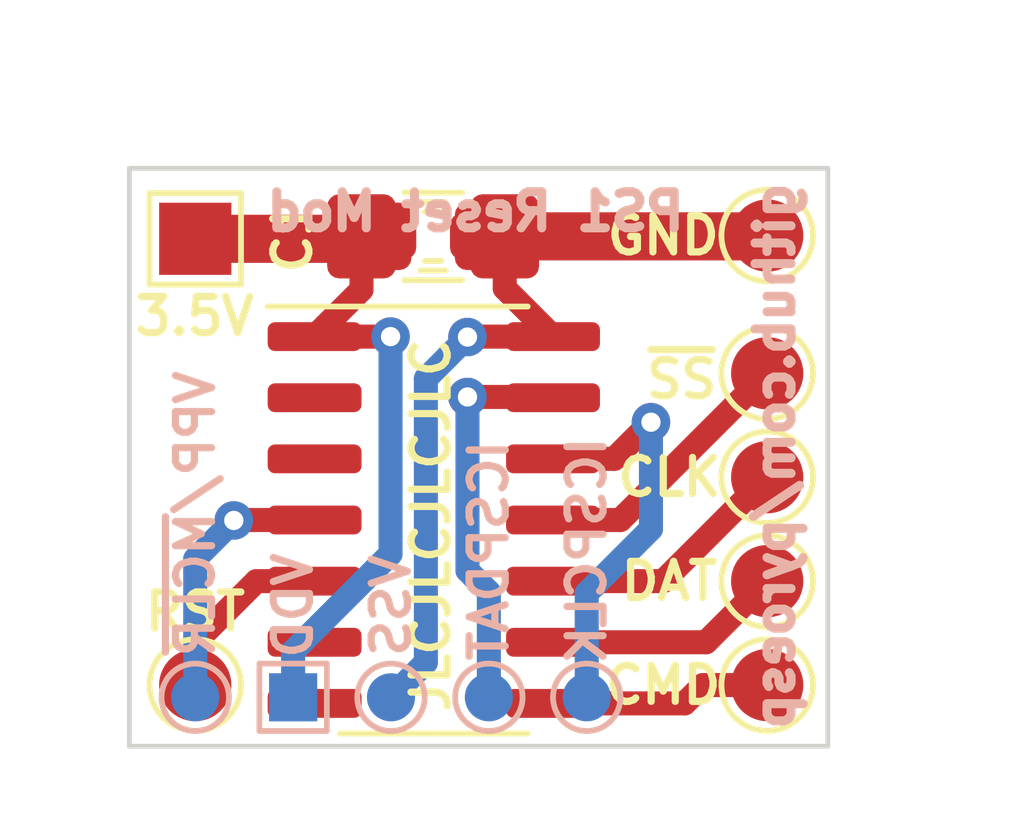
<source format=kicad_pcb>
(kicad_pcb (version 20171130) (host pcbnew "(5.1.2)-2")

  (general
    (thickness 1.6)
    (drawings 9)
    (tracks 56)
    (zones 0)
    (modules 16)
    (nets 11)
  )

  (page A4)
  (layers
    (0 F.Cu signal)
    (31 B.Cu signal)
    (32 B.Adhes user hide)
    (33 F.Adhes user hide)
    (34 B.Paste user hide)
    (35 F.Paste user hide)
    (36 B.SilkS user)
    (37 F.SilkS user)
    (38 B.Mask user)
    (39 F.Mask user)
    (40 Dwgs.User user hide)
    (41 Cmts.User user)
    (42 Eco1.User user hide)
    (43 Eco2.User user hide)
    (44 Edge.Cuts user)
    (45 Margin user hide)
    (46 B.CrtYd user hide)
    (47 F.CrtYd user hide)
    (48 B.Fab user hide)
    (49 F.Fab user hide)
  )

  (setup
    (last_trace_width 0.25)
    (user_trace_width 0.5)
    (user_trace_width 1)
    (user_trace_width 1.5)
    (user_trace_width 2.5)
    (trace_clearance 0.2)
    (zone_clearance 0.508)
    (zone_45_only no)
    (trace_min 0.2)
    (via_size 0.8)
    (via_drill 0.4)
    (via_min_size 0.4)
    (via_min_drill 0.3)
    (uvia_size 0.3)
    (uvia_drill 0.1)
    (uvias_allowed no)
    (uvia_min_size 0.2)
    (uvia_min_drill 0.1)
    (edge_width 0.05)
    (segment_width 0.2)
    (pcb_text_width 0.3)
    (pcb_text_size 1.5 1.5)
    (mod_edge_width 0.12)
    (mod_text_size 1 1)
    (mod_text_width 0.15)
    (pad_size 1.5 1.5)
    (pad_drill 0)
    (pad_to_mask_clearance 0.051)
    (solder_mask_min_width 0.25)
    (aux_axis_origin 0 0)
    (visible_elements 7FFFFFFF)
    (pcbplotparams
      (layerselection 0x010f0_ffffffff)
      (usegerberextensions false)
      (usegerberattributes false)
      (usegerberadvancedattributes false)
      (creategerberjobfile false)
      (excludeedgelayer true)
      (linewidth 0.100000)
      (plotframeref false)
      (viasonmask false)
      (mode 1)
      (useauxorigin false)
      (hpglpennumber 1)
      (hpglpenspeed 20)
      (hpglpendiameter 15.000000)
      (psnegative false)
      (psa4output false)
      (plotreference true)
      (plotvalue true)
      (plotinvisibletext false)
      (padsonsilk false)
      (subtractmaskfromsilk false)
      (outputformat 1)
      (mirror false)
      (drillshape 0)
      (scaleselection 1)
      (outputdirectory "gerber/"))
  )

  (net 0 "")
  (net 1 +3V3)
  (net 2 GND)
  (net 3 /VPP\~MCLR)
  (net 4 /ICSPDAT)
  (net 5 /ICSPCLK)
  (net 6 /CLK)
  (net 7 /DATA)
  (net 8 /CMD)
  (net 9 /~SS)
  (net 10 /RESET)

  (net_class Default "This is the default net class."
    (clearance 0.2)
    (trace_width 0.25)
    (via_dia 0.8)
    (via_drill 0.4)
    (uvia_dia 0.3)
    (uvia_drill 0.1)
    (add_net +3V3)
    (add_net /CLK)
    (add_net /CMD)
    (add_net /DATA)
    (add_net /ICSPCLK)
    (add_net /ICSPDAT)
    (add_net /RESET)
    (add_net /VPP\~MCLR)
    (add_net /~SS)
    (add_net GND)
    (add_net "Net-(U1-Pad2)")
    (add_net "Net-(U1-Pad3)")
    (add_net "Net-(U1-Pad6)")
    (add_net "Net-(U1-Pad7)")
  )

  (module Capacitor_SMD:C_0603_1608Metric_Pad1.05x0.95mm_HandSolder (layer F.Cu) (tedit 5B301BBE) (tstamp 5DAB879B)
    (at 132.2557 85.6142)
    (descr "Capacitor SMD 0603 (1608 Metric), square (rectangular) end terminal, IPC_7351 nominal with elongated pad for handsoldering. (Body size source: http://www.tortai-tech.com/upload/download/2011102023233369053.pdf), generated with kicad-footprint-generator")
    (tags "capacitor handsolder")
    (path /5DABA497)
    (attr smd)
    (fp_text reference C3 (at 0 -1.43) (layer F.SilkS) hide
      (effects (font (size 0.75 0.75) (thickness 0.15)))
    )
    (fp_text value 0.1uF (at 0 1.43) (layer F.Fab)
      (effects (font (size 1 1) (thickness 0.15)))
    )
    (fp_text user %R (at 0 0) (layer F.Fab)
      (effects (font (size 0.4 0.4) (thickness 0.06)))
    )
    (fp_line (start 1.65 0.73) (end -1.65 0.73) (layer F.CrtYd) (width 0.05))
    (fp_line (start 1.65 -0.73) (end 1.65 0.73) (layer F.CrtYd) (width 0.05))
    (fp_line (start -1.65 -0.73) (end 1.65 -0.73) (layer F.CrtYd) (width 0.05))
    (fp_line (start -1.65 0.73) (end -1.65 -0.73) (layer F.CrtYd) (width 0.05))
    (fp_line (start -0.171267 0.51) (end 0.171267 0.51) (layer F.SilkS) (width 0.12))
    (fp_line (start -0.171267 -0.51) (end 0.171267 -0.51) (layer F.SilkS) (width 0.12))
    (fp_line (start 0.8 0.4) (end -0.8 0.4) (layer F.Fab) (width 0.1))
    (fp_line (start 0.8 -0.4) (end 0.8 0.4) (layer F.Fab) (width 0.1))
    (fp_line (start -0.8 -0.4) (end 0.8 -0.4) (layer F.Fab) (width 0.1))
    (fp_line (start -0.8 0.4) (end -0.8 -0.4) (layer F.Fab) (width 0.1))
    (pad 2 smd roundrect (at 0.875 0) (size 1.05 0.95) (layers F.Cu F.Paste F.Mask) (roundrect_rratio 0.25)
      (net 2 GND))
    (pad 1 smd roundrect (at -0.875 0) (size 1.05 0.95) (layers F.Cu F.Paste F.Mask) (roundrect_rratio 0.25)
      (net 1 +3V3))
    (model ${KISYS3DMOD}/Capacitor_SMD.3dshapes/C_0603_1608Metric.wrl
      (at (xyz 0 0 0))
      (scale (xyz 1 1 1))
      (rotate (xyz 0 0 0))
    )
  )

  (module TestPoint:TestPoint_Pad_D1.5mm (layer F.Cu) (tedit 5A0F774F) (tstamp 5DA263BC)
    (at 139.1915 94.936)
    (descr "SMD pad as test Point, diameter 1.5mm")
    (tags "test point SMD pad")
    (path /5DA614DB)
    (attr virtual)
    (fp_text reference CMD (at -2.159 0) (layer F.SilkS)
      (effects (font (size 0.75 0.75) (thickness 0.15)))
    )
    (fp_text value TestPoint (at 0 1.75) (layer F.Fab)
      (effects (font (size 1 1) (thickness 0.15)))
    )
    (fp_circle (center 0 0) (end 0 0.95) (layer F.SilkS) (width 0.12))
    (fp_circle (center 0 0) (end 1.25 0) (layer F.CrtYd) (width 0.05))
    (fp_text user %R (at 0 -1.65) (layer F.Fab)
      (effects (font (size 1 1) (thickness 0.15)))
    )
    (pad 1 smd circle (at 0 0) (size 1.5 1.5) (layers F.Cu F.Mask)
      (net 8 /CMD))
  )

  (module TestPoint:TestPoint_Pad_D1.5mm (layer F.Cu) (tedit 5A0F774F) (tstamp 5DA26353)
    (at 139.1915 88.459)
    (descr "SMD pad as test Point, diameter 1.5mm")
    (tags "test point SMD pad")
    (path /5DA61652)
    (attr virtual)
    (fp_text reference ~SS (at -1.778 0.127) (layer F.SilkS)
      (effects (font (size 0.75 0.75) (thickness 0.15)))
    )
    (fp_text value TestPoint (at 0 1.75) (layer F.Fab)
      (effects (font (size 1 1) (thickness 0.15)))
    )
    (fp_circle (center 0 0) (end 0 0.95) (layer F.SilkS) (width 0.12))
    (fp_circle (center 0 0) (end 1.25 0) (layer F.CrtYd) (width 0.05))
    (fp_text user %R (at 0 -1.65) (layer F.Fab)
      (effects (font (size 1 1) (thickness 0.15)))
    )
    (pad 1 smd circle (at 0 0) (size 1.5 1.5) (layers F.Cu F.Mask)
      (net 9 /~SS))
  )

  (module TestPoint:TestPoint_Pad_1.5x1.5mm (layer F.Cu) (tedit 5A0F774F) (tstamp 5DAB5039)
    (at 127.317 85.665)
    (descr "SMD rectangular pad as test Point, square 1.5mm side length")
    (tags "test point SMD pad rectangle square")
    (path /5DA9C9E5)
    (attr virtual)
    (fp_text reference 3.5V (at -0.0122 1.6094 180) (layer F.SilkS)
      (effects (font (size 0.75 0.75) (thickness 0.15)))
    )
    (fp_text value TestPoint (at 0 1.75) (layer F.Fab)
      (effects (font (size 1 1) (thickness 0.15)))
    )
    (fp_line (start 1.25 1.25) (end -1.25 1.25) (layer F.CrtYd) (width 0.05))
    (fp_line (start 1.25 1.25) (end 1.25 -1.25) (layer F.CrtYd) (width 0.05))
    (fp_line (start -1.25 -1.25) (end -1.25 1.25) (layer F.CrtYd) (width 0.05))
    (fp_line (start -1.25 -1.25) (end 1.25 -1.25) (layer F.CrtYd) (width 0.05))
    (fp_line (start -0.95 0.95) (end -0.95 -0.95) (layer F.SilkS) (width 0.12))
    (fp_line (start 0.95 0.95) (end -0.95 0.95) (layer F.SilkS) (width 0.12))
    (fp_line (start 0.95 -0.95) (end 0.95 0.95) (layer F.SilkS) (width 0.12))
    (fp_line (start -0.95 -0.95) (end 0.95 -0.95) (layer F.SilkS) (width 0.12))
    (fp_text user %R (at 0 -1.65) (layer F.Fab)
      (effects (font (size 1 1) (thickness 0.15)))
    )
    (pad 1 smd rect (at 0 0) (size 1.5 1.5) (layers F.Cu F.Mask)
      (net 1 +3V3))
  )

  (module TestPoint:TestPoint_Pad_D1.5mm (layer F.Cu) (tedit 5A0F774F) (tstamp 5DA263A7)
    (at 139.1915 85.598)
    (descr "SMD pad as test Point, diameter 1.5mm")
    (tags "test point SMD pad")
    (path /5DA9D15C)
    (attr virtual)
    (fp_text reference GND (at -2.159 0) (layer F.SilkS)
      (effects (font (size 0.75 0.75) (thickness 0.15)))
    )
    (fp_text value TestPoint (at 0 1.75) (layer F.Fab)
      (effects (font (size 1 1) (thickness 0.15)))
    )
    (fp_circle (center 0 0) (end 0 0.95) (layer F.SilkS) (width 0.12))
    (fp_circle (center 0 0) (end 1.25 0) (layer F.CrtYd) (width 0.05))
    (fp_text user %R (at 0 -1.65) (layer F.Fab)
      (effects (font (size 1 1) (thickness 0.15)))
    )
    (pad 1 smd circle (at 0 0) (size 1.5 1.5) (layers F.Cu F.Mask)
      (net 2 GND))
  )

  (module TestPoint:TestPoint_Pad_D1.5mm (layer F.Cu) (tedit 5A0F774F) (tstamp 5DA26392)
    (at 127.317 94.936)
    (descr "SMD pad as test Point, diameter 1.5mm")
    (tags "test point SMD pad")
    (path /5DAA834D)
    (attr virtual)
    (fp_text reference RST (at 0 -1.524) (layer F.SilkS)
      (effects (font (size 0.75 0.75) (thickness 0.15)))
    )
    (fp_text value TestPoint (at 0 1.75) (layer F.Fab)
      (effects (font (size 1 1) (thickness 0.15)))
    )
    (fp_circle (center 0 0) (end 0 0.95) (layer F.SilkS) (width 0.12))
    (fp_circle (center 0 0) (end 1.25 0) (layer F.CrtYd) (width 0.05))
    (fp_text user %R (at 0 -1.65) (layer F.Fab)
      (effects (font (size 1 1) (thickness 0.15)))
    )
    (pad 1 smd circle (at 0 0) (size 1.5 1.5) (layers F.Cu F.Mask)
      (net 10 /RESET))
  )

  (module TestPoint:TestPoint_Pad_D1.5mm (layer F.Cu) (tedit 5A0F774F) (tstamp 5DA26368)
    (at 139.1915 92.777)
    (descr "SMD pad as test Point, diameter 1.5mm")
    (tags "test point SMD pad")
    (path /5DA57C68)
    (attr virtual)
    (fp_text reference DAT (at -2.032 0) (layer F.SilkS)
      (effects (font (size 0.75 0.75) (thickness 0.15)))
    )
    (fp_text value TestPoint (at 0 1.75) (layer F.Fab)
      (effects (font (size 1 1) (thickness 0.15)))
    )
    (fp_circle (center 0 0) (end 0 0.95) (layer F.SilkS) (width 0.12))
    (fp_circle (center 0 0) (end 1.25 0) (layer F.CrtYd) (width 0.05))
    (fp_text user %R (at 0 -1.65) (layer F.Fab)
      (effects (font (size 1 1) (thickness 0.15)))
    )
    (pad 1 smd circle (at 0 0) (size 1.5 1.5) (layers F.Cu F.Mask)
      (net 7 /DATA))
  )

  (module TestPoint:TestPoint_Pad_D1.5mm (layer F.Cu) (tedit 5A0F774F) (tstamp 5DA2637D)
    (at 139.1915 90.618)
    (descr "SMD pad as test Point, diameter 1.5mm")
    (tags "test point SMD pad")
    (path /5DA57006)
    (attr virtual)
    (fp_text reference CLK (at -2.032 0) (layer F.SilkS)
      (effects (font (size 0.75 0.75) (thickness 0.15)))
    )
    (fp_text value TestPoint (at 0 1.75) (layer F.Fab)
      (effects (font (size 1 1) (thickness 0.15)))
    )
    (fp_circle (center 0 0) (end 0 0.95) (layer F.SilkS) (width 0.12))
    (fp_circle (center 0 0) (end 1.25 0) (layer F.CrtYd) (width 0.05))
    (fp_text user %R (at 0 -1.65) (layer F.Fab)
      (effects (font (size 1 1) (thickness 0.15)))
    )
    (pad 1 smd circle (at 0 0) (size 1.5 1.5) (layers F.Cu F.Mask)
      (net 6 /CLK))
  )

  (module TestPoint:TestPoint_Pad_1.0x1.0mm (layer B.Cu) (tedit 5A0F774F) (tstamp 5DA263D7)
    (at 129.349 95.19)
    (descr "SMD rectangular pad as test Point, square 1.0mm side length")
    (tags "test point SMD pad rectangle square")
    (path /5DA6550A)
    (attr virtual)
    (fp_text reference VDD (at 0 -1.905 90) (layer B.SilkS)
      (effects (font (size 0.75 0.75) (thickness 0.15)) (justify mirror))
    )
    (fp_text value TestPoint (at 0 -1.55) (layer B.Fab)
      (effects (font (size 1 1) (thickness 0.15)) (justify mirror))
    )
    (fp_line (start 1 -1) (end -1 -1) (layer B.CrtYd) (width 0.05))
    (fp_line (start 1 -1) (end 1 1) (layer B.CrtYd) (width 0.05))
    (fp_line (start -1 1) (end -1 -1) (layer B.CrtYd) (width 0.05))
    (fp_line (start -1 1) (end 1 1) (layer B.CrtYd) (width 0.05))
    (fp_line (start -0.7 -0.7) (end -0.7 0.7) (layer B.SilkS) (width 0.12))
    (fp_line (start 0.7 -0.7) (end -0.7 -0.7) (layer B.SilkS) (width 0.12))
    (fp_line (start 0.7 0.7) (end 0.7 -0.7) (layer B.SilkS) (width 0.12))
    (fp_line (start -0.7 0.7) (end 0.7 0.7) (layer B.SilkS) (width 0.12))
    (fp_text user %R (at 0 1.45) (layer B.Fab)
      (effects (font (size 1 1) (thickness 0.15)) (justify mirror))
    )
    (pad 1 smd rect (at 0 0) (size 1 1) (layers B.Cu B.Mask)
      (net 1 +3V3))
  )

  (module Capacitor_SMD:C_1206_3216Metric_Pad1.42x1.75mm_HandSolder (layer F.Cu) (tedit 5B301BBE) (tstamp 5DAB88CD)
    (at 132.2557 85.6142)
    (descr "Capacitor SMD 1206 (3216 Metric), square (rectangular) end terminal, IPC_7351 nominal with elongated pad for handsoldering. (Body size source: http://www.tortai-tech.com/upload/download/2011102023233369053.pdf), generated with kicad-footprint-generator")
    (tags "capacitor handsolder")
    (path /5DA2B48A)
    (attr smd)
    (fp_text reference C1 (at -2.9189 0.0092 270) (layer F.SilkS)
      (effects (font (size 0.75 0.75) (thickness 0.15)))
    )
    (fp_text value 0.1uF (at 0 1.82) (layer F.Fab)
      (effects (font (size 1 1) (thickness 0.15)))
    )
    (fp_line (start -1.6 0.8) (end -1.6 -0.8) (layer F.Fab) (width 0.1))
    (fp_line (start -1.6 -0.8) (end 1.6 -0.8) (layer F.Fab) (width 0.1))
    (fp_line (start 1.6 -0.8) (end 1.6 0.8) (layer F.Fab) (width 0.1))
    (fp_line (start 1.6 0.8) (end -1.6 0.8) (layer F.Fab) (width 0.1))
    (fp_line (start -0.602064 -0.91) (end 0.602064 -0.91) (layer F.SilkS) (width 0.12))
    (fp_line (start -0.602064 0.91) (end 0.602064 0.91) (layer F.SilkS) (width 0.12))
    (fp_line (start -2.45 1.12) (end -2.45 -1.12) (layer F.CrtYd) (width 0.05))
    (fp_line (start -2.45 -1.12) (end 2.45 -1.12) (layer F.CrtYd) (width 0.05))
    (fp_line (start 2.45 -1.12) (end 2.45 1.12) (layer F.CrtYd) (width 0.05))
    (fp_line (start 2.45 1.12) (end -2.45 1.12) (layer F.CrtYd) (width 0.05))
    (fp_text user %R (at 0 0) (layer F.Fab)
      (effects (font (size 0.8 0.8) (thickness 0.12)))
    )
    (pad 1 smd roundrect (at -1.4875 0) (size 1.425 1.75) (layers F.Cu F.Paste F.Mask) (roundrect_rratio 0.175439)
      (net 1 +3V3))
    (pad 2 smd roundrect (at 1.4875 0) (size 1.425 1.75) (layers F.Cu F.Paste F.Mask) (roundrect_rratio 0.175439)
      (net 2 GND))
    (model ${KISYS3DMOD}/Capacitor_SMD.3dshapes/C_1206_3216Metric.wrl
      (at (xyz 0 0 0))
      (scale (xyz 1 1 1))
      (rotate (xyz 0 0 0))
    )
  )

  (module Capacitor_SMD:C_0805_2012Metric_Pad1.15x1.40mm_HandSolder (layer F.Cu) (tedit 5B36C52B) (tstamp 5DAB55A4)
    (at 132.2557 85.6142)
    (descr "Capacitor SMD 0805 (2012 Metric), square (rectangular) end terminal, IPC_7351 nominal with elongated pad for handsoldering. (Body size source: https://docs.google.com/spreadsheets/d/1BsfQQcO9C6DZCsRaXUlFlo91Tg2WpOkGARC1WS5S8t0/edit?usp=sharing), generated with kicad-footprint-generator")
    (tags "capacitor handsolder")
    (path /5DA61B3C)
    (attr smd)
    (fp_text reference C2 (at -0.0741 -0.0162) (layer F.SilkS) hide
      (effects (font (size 1 1) (thickness 0.15)))
    )
    (fp_text value 0.1uF (at 0 1.65) (layer F.Fab)
      (effects (font (size 1 1) (thickness 0.15)))
    )
    (fp_line (start -1 0.6) (end -1 -0.6) (layer F.Fab) (width 0.1))
    (fp_line (start -1 -0.6) (end 1 -0.6) (layer F.Fab) (width 0.1))
    (fp_line (start 1 -0.6) (end 1 0.6) (layer F.Fab) (width 0.1))
    (fp_line (start 1 0.6) (end -1 0.6) (layer F.Fab) (width 0.1))
    (fp_line (start -0.261252 -0.71) (end 0.261252 -0.71) (layer F.SilkS) (width 0.12))
    (fp_line (start -0.261252 0.71) (end 0.261252 0.71) (layer F.SilkS) (width 0.12))
    (fp_line (start -1.85 0.95) (end -1.85 -0.95) (layer F.CrtYd) (width 0.05))
    (fp_line (start -1.85 -0.95) (end 1.85 -0.95) (layer F.CrtYd) (width 0.05))
    (fp_line (start 1.85 -0.95) (end 1.85 0.95) (layer F.CrtYd) (width 0.05))
    (fp_line (start 1.85 0.95) (end -1.85 0.95) (layer F.CrtYd) (width 0.05))
    (fp_text user %R (at 0 0) (layer F.Fab)
      (effects (font (size 0.5 0.5) (thickness 0.08)))
    )
    (pad 1 smd roundrect (at -1.025 0) (size 1.15 1.4) (layers F.Cu F.Paste F.Mask) (roundrect_rratio 0.217391)
      (net 1 +3V3))
    (pad 2 smd roundrect (at 1.025 0) (size 1.15 1.4) (layers F.Cu F.Paste F.Mask) (roundrect_rratio 0.217391)
      (net 2 GND))
    (model ${KISYS3DMOD}/Capacitor_SMD.3dshapes/C_0805_2012Metric.wrl
      (at (xyz 0 0 0))
      (scale (xyz 1 1 1))
      (rotate (xyz 0 0 0))
    )
  )

  (module TestPoint:TestPoint_Pad_D1.0mm (layer B.Cu) (tedit 5A0F774F) (tstamp 5DA26500)
    (at 127.317 95.19)
    (descr "SMD pad as test Point, diameter 1.0mm")
    (tags "test point SMD pad")
    (path /5DA646D5)
    (attr virtual)
    (fp_text reference VPP/~MCLR (at 0 -3.81 90) (layer B.SilkS)
      (effects (font (size 0.75 0.75) (thickness 0.15)) (justify mirror))
    )
    (fp_text value TestPoint (at 0 -1.55) (layer B.Fab) hide
      (effects (font (size 1 1) (thickness 0.15)) (justify mirror))
    )
    (fp_text user %R (at 0 1.45) (layer B.Fab)
      (effects (font (size 1 1) (thickness 0.15)) (justify mirror))
    )
    (fp_circle (center 0 0) (end 1 0) (layer B.CrtYd) (width 0.05))
    (fp_circle (center 0 0) (end 0 -0.7) (layer B.SilkS) (width 0.12))
    (pad 1 smd circle (at 0 0) (size 1 1) (layers B.Cu B.Mask)
      (net 3 /VPP\~MCLR))
  )

  (module TestPoint:TestPoint_Pad_D1.0mm (layer B.Cu) (tedit 5A0F774F) (tstamp 5DA26587)
    (at 131.381 95.19)
    (descr "SMD pad as test Point, diameter 1.0mm")
    (tags "test point SMD pad")
    (path /5DA656B7)
    (attr virtual)
    (fp_text reference VSS (at 0 -1.905 270) (layer B.SilkS)
      (effects (font (size 0.75 0.75) (thickness 0.15)) (justify mirror))
    )
    (fp_text value TestPoint (at 0 -1.55) (layer B.Fab)
      (effects (font (size 1 1) (thickness 0.15)) (justify mirror))
    )
    (fp_text user %R (at 0 1.45) (layer B.Fab)
      (effects (font (size 1 1) (thickness 0.15)) (justify mirror))
    )
    (fp_circle (center 0 0) (end 1 0) (layer B.CrtYd) (width 0.05))
    (fp_circle (center 0 0) (end 0 -0.7) (layer B.SilkS) (width 0.12))
    (pad 1 smd circle (at 0 0) (size 1 1) (layers B.Cu B.Mask)
      (net 2 GND))
  )

  (module TestPoint:TestPoint_Pad_D1.0mm (layer B.Cu) (tedit 5A0F774F) (tstamp 5DA265CC)
    (at 133.413 95.19)
    (descr "SMD pad as test Point, diameter 1.0mm")
    (tags "test point SMD pad")
    (path /5DA65166)
    (attr virtual)
    (fp_text reference ICSPDAT (at 0 -3.048 270) (layer B.SilkS)
      (effects (font (size 0.75 0.75) (thickness 0.15)) (justify mirror))
    )
    (fp_text value TestPoint (at 0 -1.55) (layer B.Fab)
      (effects (font (size 1 1) (thickness 0.15)) (justify mirror))
    )
    (fp_circle (center 0 0) (end 0 -0.7) (layer B.SilkS) (width 0.12))
    (fp_circle (center 0 0) (end 1 0) (layer B.CrtYd) (width 0.05))
    (fp_text user %R (at 0 1.45) (layer B.Fab)
      (effects (font (size 1 1) (thickness 0.15)) (justify mirror))
    )
    (pad 1 smd circle (at 0 0) (size 1 1) (layers B.Cu B.Mask)
      (net 4 /ICSPDAT))
  )

  (module TestPoint:TestPoint_Pad_D1.0mm (layer B.Cu) (tedit 5A0F774F) (tstamp 5DA26515)
    (at 135.445 95.19)
    (descr "SMD pad as test Point, diameter 1.0mm")
    (tags "test point SMD pad")
    (path /5DA652EB)
    (attr virtual)
    (fp_text reference ICSPCLK (at 0 -3.048 270) (layer B.SilkS)
      (effects (font (size 0.75 0.75) (thickness 0.15)) (justify mirror))
    )
    (fp_text value TestPoint (at 0 -1.55) (layer B.Fab)
      (effects (font (size 1 1) (thickness 0.15)) (justify mirror))
    )
    (fp_text user %R (at 0 1.45) (layer B.Fab)
      (effects (font (size 1 1) (thickness 0.15)) (justify mirror))
    )
    (fp_circle (center 0 0) (end 1 0) (layer B.CrtYd) (width 0.05))
    (fp_circle (center 0 0) (end 0 -0.7) (layer B.SilkS) (width 0.12))
    (pad 1 smd circle (at 0 0) (size 1 1) (layers B.Cu B.Mask)
      (net 5 /ICSPCLK))
  )

  (module Package_SO:SOIC-14_3.9x8.7mm_P1.27mm (layer F.Cu) (tedit 5C97300E) (tstamp 5DA26542)
    (at 132.27 91.507)
    (descr "SOIC, 14 Pin (JEDEC MS-012AB, https://www.analog.com/media/en/package-pcb-resources/package/pkg_pdf/soic_narrow-r/r_14.pdf), generated with kicad-footprint-generator ipc_gullwing_generator.py")
    (tags "SOIC SO")
    (path /5DA28049)
    (attr smd)
    (fp_text reference U1 (at -4.572 4.191) (layer F.SilkS) hide
      (effects (font (size 0.75 0.75) (thickness 0.15)))
    )
    (fp_text value PIC16F18325-ISL (at 0 5.28) (layer F.Fab)
      (effects (font (size 1 1) (thickness 0.15)))
    )
    (fp_line (start 0 4.435) (end 1.95 4.435) (layer F.SilkS) (width 0.12))
    (fp_line (start 0 4.435) (end -1.95 4.435) (layer F.SilkS) (width 0.12))
    (fp_line (start 0 -4.435) (end 1.95 -4.435) (layer F.SilkS) (width 0.12))
    (fp_line (start 0 -4.435) (end -3.45 -4.435) (layer F.SilkS) (width 0.12))
    (fp_line (start -0.975 -4.325) (end 1.95 -4.325) (layer F.Fab) (width 0.1))
    (fp_line (start 1.95 -4.325) (end 1.95 4.325) (layer F.Fab) (width 0.1))
    (fp_line (start 1.95 4.325) (end -1.95 4.325) (layer F.Fab) (width 0.1))
    (fp_line (start -1.95 4.325) (end -1.95 -3.35) (layer F.Fab) (width 0.1))
    (fp_line (start -1.95 -3.35) (end -0.975 -4.325) (layer F.Fab) (width 0.1))
    (fp_line (start -3.7 -4.58) (end -3.7 4.58) (layer F.CrtYd) (width 0.05))
    (fp_line (start -3.7 4.58) (end 3.7 4.58) (layer F.CrtYd) (width 0.05))
    (fp_line (start 3.7 4.58) (end 3.7 -4.58) (layer F.CrtYd) (width 0.05))
    (fp_line (start 3.7 -4.58) (end -3.7 -4.58) (layer F.CrtYd) (width 0.05))
    (fp_text user %R (at 0 0) (layer F.Fab)
      (effects (font (size 0.98 0.98) (thickness 0.15)))
    )
    (pad 1 smd roundrect (at -2.475 -3.81) (size 1.95 0.6) (layers F.Cu F.Paste F.Mask) (roundrect_rratio 0.25)
      (net 1 +3V3))
    (pad 2 smd roundrect (at -2.475 -2.54) (size 1.95 0.6) (layers F.Cu F.Paste F.Mask) (roundrect_rratio 0.25))
    (pad 3 smd roundrect (at -2.475 -1.27) (size 1.95 0.6) (layers F.Cu F.Paste F.Mask) (roundrect_rratio 0.25))
    (pad 4 smd roundrect (at -2.475 0) (size 1.95 0.6) (layers F.Cu F.Paste F.Mask) (roundrect_rratio 0.25)
      (net 3 /VPP\~MCLR))
    (pad 5 smd roundrect (at -2.475 1.27) (size 1.95 0.6) (layers F.Cu F.Paste F.Mask) (roundrect_rratio 0.25)
      (net 10 /RESET))
    (pad 6 smd roundrect (at -2.475 2.54) (size 1.95 0.6) (layers F.Cu F.Paste F.Mask) (roundrect_rratio 0.25))
    (pad 7 smd roundrect (at -2.475 3.81) (size 1.95 0.6) (layers F.Cu F.Paste F.Mask) (roundrect_rratio 0.25))
    (pad 8 smd roundrect (at 2.475 3.81) (size 1.95 0.6) (layers F.Cu F.Paste F.Mask) (roundrect_rratio 0.25)
      (net 8 /CMD))
    (pad 9 smd roundrect (at 2.475 2.54) (size 1.95 0.6) (layers F.Cu F.Paste F.Mask) (roundrect_rratio 0.25)
      (net 7 /DATA))
    (pad 10 smd roundrect (at 2.475 1.27) (size 1.95 0.6) (layers F.Cu F.Paste F.Mask) (roundrect_rratio 0.25)
      (net 6 /CLK))
    (pad 11 smd roundrect (at 2.475 0) (size 1.95 0.6) (layers F.Cu F.Paste F.Mask) (roundrect_rratio 0.25)
      (net 9 /~SS))
    (pad 12 smd roundrect (at 2.475 -1.27) (size 1.95 0.6) (layers F.Cu F.Paste F.Mask) (roundrect_rratio 0.25)
      (net 5 /ICSPCLK))
    (pad 13 smd roundrect (at 2.475 -2.54) (size 1.95 0.6) (layers F.Cu F.Paste F.Mask) (roundrect_rratio 0.25)
      (net 4 /ICSPDAT))
    (pad 14 smd roundrect (at 2.475 -3.81) (size 1.95 0.6) (layers F.Cu F.Paste F.Mask) (roundrect_rratio 0.25)
      (net 2 GND))
    (model ${KISYS3DMOD}/Package_SO.3dshapes/SOIC-14_3.9x8.7mm_P1.27mm.wrl
      (at (xyz 0 0 0))
      (scale (xyz 1 1 1))
      (rotate (xyz 0 0 0))
    )
  )

  (gr_text JLCJLCJLCJLC (at 132.207 91.6178 90) (layer F.SilkS)
    (effects (font (size 0.75 0.75) (thickness 0.15)))
  )
  (gr_text "PS1 Reset Mod" (at 133.1354 85.1) (layer B.SilkS) (tstamp 5DAB55D1)
    (effects (font (size 0.75 0.75) (thickness 0.1875)) (justify mirror))
  )
  (gr_text github.com/pyroesp (at 139.35 90.18 90) (layer B.SilkS) (tstamp 5DA2C918)
    (effects (font (size 0.75 0.75) (thickness 0.1875)) (justify mirror))
  )
  (dimension 14.5 (width 0.15) (layer Cmts.User) (tstamp 5DAB58C5)
    (gr_text "14.500 mm" (at 133.2 81.4024) (layer Cmts.User) (tstamp 5DAB58C5)
      (effects (font (size 1 1) (thickness 0.15)))
    )
    (feature1 (pts (xy 140.45 84.2) (xy 140.45 82.115979)))
    (feature2 (pts (xy 125.95 84.2) (xy 125.95 82.115979)))
    (crossbar (pts (xy 125.95 82.7024) (xy 140.45 82.7024)))
    (arrow1a (pts (xy 140.45 82.7024) (xy 139.323496 83.288821)))
    (arrow1b (pts (xy 140.45 82.7024) (xy 139.323496 82.115979)))
    (arrow2a (pts (xy 125.95 82.7024) (xy 127.076504 83.288821)))
    (arrow2b (pts (xy 125.95 82.7024) (xy 127.076504 82.115979)))
  )
  (dimension 12 (width 0.15) (layer Cmts.User)
    (gr_text "12.000 mm" (at 143.159 90.2 270) (layer Cmts.User)
      (effects (font (size 1 1) (thickness 0.15)))
    )
    (feature1 (pts (xy 140.45 96.2) (xy 142.445421 96.2)))
    (feature2 (pts (xy 140.45 84.2) (xy 142.445421 84.2)))
    (crossbar (pts (xy 141.859 84.2) (xy 141.859 96.2)))
    (arrow1a (pts (xy 141.859 96.2) (xy 141.272579 95.073496)))
    (arrow1b (pts (xy 141.859 96.2) (xy 142.445421 95.073496)))
    (arrow2a (pts (xy 141.859 84.2) (xy 141.272579 85.326504)))
    (arrow2b (pts (xy 141.859 84.2) (xy 142.445421 85.326504)))
  )
  (gr_line (start 140.45 84.2) (end 125.95 84.2) (layer Edge.Cuts) (width 0.1) (tstamp 5DA26494))
  (gr_line (start 140.45 96.206) (end 140.45 84.2) (layer Edge.Cuts) (width 0.1) (tstamp 5DA26497))
  (gr_line (start 125.95 96.206) (end 140.45 96.206) (layer Edge.Cuts) (width 0.1) (tstamp 5DA26491))
  (gr_line (start 125.95 84.2) (end 125.95 96.206) (layer Edge.Cuts) (width 0.1) (tstamp 5DA2648E))

  (via (at 131.371504 87.697) (size 0.8) (drill 0.4) (layers F.Cu B.Cu) (net 1) (tstamp 5DA265E1))
  (segment (start 131.24188 87.697) (end 129.795 87.697) (width 0.5) (layer F.Cu) (net 1) (tstamp 5DA26422))
  (segment (start 131.371504 87.697) (end 131.24188 87.697) (width 0.5) (layer F.Cu) (net 1) (tstamp 5DA2641F))
  (segment (start 130.9656 85.538) (end 131.0672 85.6396) (width 0.5) (layer F.Cu) (net 1) (tstamp 5DA2642B))
  (segment (start 129.349 94.2345) (end 129.349 95.317) (width 0.5) (layer B.Cu) (net 1))
  (segment (start 131.371504 87.697) (end 131.371504 92.211996) (width 0.5) (layer B.Cu) (net 1))
  (segment (start 131.371504 92.211996) (end 129.349 94.2345) (width 0.5) (layer B.Cu) (net 1))
  (segment (start 130.6158 85.665) (end 130.6666 85.6142) (width 1) (layer F.Cu) (net 1))
  (segment (start 127.317 85.665) (end 130.6158 85.665) (width 1) (layer F.Cu) (net 1))
  (segment (start 130.7682 86.5892) (end 130.7682 85.6142) (width 0.5) (layer F.Cu) (net 1))
  (segment (start 130.7682 86.7238) (end 130.7682 86.5892) (width 0.5) (layer F.Cu) (net 1))
  (segment (start 129.795 87.697) (end 130.7682 86.7238) (width 0.5) (layer F.Cu) (net 1))
  (segment (start 132.1054 94.4656) (end 132.1054 88.5698) (width 0.5) (layer B.Cu) (net 2))
  (segment (start 132.1054 88.5698) (end 132.569001 88.106199) (width 0.5) (layer B.Cu) (net 2))
  (segment (start 131.381 95.19) (end 132.1054 94.4656) (width 0.5) (layer B.Cu) (net 2))
  (segment (start 132.9782 87.697) (end 132.969 87.7062) (width 0.5) (layer F.Cu) (net 2))
  (segment (start 134.745 87.697) (end 132.9782 87.697) (width 0.5) (layer F.Cu) (net 2))
  (via (at 132.969 87.7062) (size 0.8) (drill 0.4) (layers F.Cu B.Cu) (net 2))
  (segment (start 132.569001 88.106199) (end 132.969 87.7062) (width 0.5) (layer B.Cu) (net 2))
  (segment (start 139.1753 85.6142) (end 139.1915 85.598) (width 1) (layer F.Cu) (net 2))
  (segment (start 133.1791 85.6142) (end 139.1753 85.6142) (width 1) (layer F.Cu) (net 2))
  (segment (start 133.7432 86.6952) (end 134.745 87.697) (width 0.5) (layer F.Cu) (net 2))
  (segment (start 133.7432 85.6142) (end 133.7432 86.6952) (width 0.5) (layer F.Cu) (net 2))
  (via (at 128.1176 91.5162) (size 0.8) (drill 0.4) (layers F.Cu B.Cu) (net 3))
  (segment (start 128.1268 91.507) (end 128.1176 91.5162) (width 0.5) (layer F.Cu) (net 3))
  (segment (start 129.795 91.507) (end 128.1268 91.507) (width 0.5) (layer F.Cu) (net 3))
  (segment (start 127.317 92.3168) (end 128.1176 91.5162) (width 0.5) (layer B.Cu) (net 3))
  (segment (start 127.317 95.19) (end 127.317 92.3168) (width 0.5) (layer B.Cu) (net 3))
  (via (at 132.969 88.9508) (size 0.8) (drill 0.4) (layers F.Cu B.Cu) (net 4))
  (segment (start 134.7288 88.9508) (end 134.745 88.967) (width 0.5) (layer F.Cu) (net 4))
  (segment (start 132.969 88.9508) (end 134.7288 88.9508) (width 0.5) (layer F.Cu) (net 4))
  (segment (start 132.969 92.3036) (end 132.969 88.9508) (width 0.5) (layer B.Cu) (net 4))
  (segment (start 132.969 92.5576) (end 132.969 92.3036) (width 0.5) (layer B.Cu) (net 4))
  (segment (start 133.413 95.19) (end 133.413 93.0016) (width 0.5) (layer B.Cu) (net 4))
  (segment (start 133.413 93.0016) (end 132.969 92.5576) (width 0.5) (layer B.Cu) (net 4))
  (segment (start 136.0165 90.237) (end 136.378501 89.874999) (width 0.5) (layer F.Cu) (net 5) (tstamp 5DA265EA))
  (via (at 136.7785 89.475) (size 0.8) (drill 0.4) (layers F.Cu B.Cu) (net 5) (tstamp 5DA265E7))
  (segment (start 136.378501 89.874999) (end 136.7785 89.475) (width 0.5) (layer F.Cu) (net 5) (tstamp 5DA265F9))
  (segment (start 134.745 90.237) (end 136.0165 90.237) (width 0.5) (layer F.Cu) (net 5) (tstamp 5DA265F0))
  (segment (start 136.7785 90.040685) (end 136.7785 89.475) (width 0.5) (layer B.Cu) (net 5))
  (segment (start 136.7785 91.6945) (end 136.7785 90.040685) (width 0.5) (layer B.Cu) (net 5))
  (segment (start 135.445 95.317) (end 135.445 93.028) (width 0.5) (layer B.Cu) (net 5))
  (segment (start 135.445 93.028) (end 136.7785 91.6945) (width 0.5) (layer B.Cu) (net 5))
  (segment (start 137.0325 92.777) (end 139.1915 90.618) (width 0.5) (layer F.Cu) (net 6) (tstamp 5DA2644F))
  (segment (start 134.745 92.777) (end 137.0325 92.777) (width 0.5) (layer F.Cu) (net 6) (tstamp 5DA2644C))
  (segment (start 137.9215 94.047) (end 139.1915 92.777) (width 0.5) (layer F.Cu) (net 7) (tstamp 5DA26443))
  (segment (start 134.745 94.047) (end 137.9215 94.047) (width 0.5) (layer F.Cu) (net 7) (tstamp 5DA26452))
  (segment (start 137.858 94.936) (end 139.1915 94.936) (width 0.5) (layer F.Cu) (net 8) (tstamp 5DA2645E))
  (segment (start 134.745 95.317) (end 137.477 95.317) (width 0.5) (layer F.Cu) (net 8) (tstamp 5DA26455))
  (segment (start 137.477 95.317) (end 137.858 94.936) (width 0.5) (layer F.Cu) (net 8) (tstamp 5DA26449))
  (segment (start 136.2705 91.38) (end 139.1915 88.459) (width 0.5) (layer F.Cu) (net 9) (tstamp 5DA2645B))
  (segment (start 136.1435 91.507) (end 136.2705 91.38) (width 0.5) (layer F.Cu) (net 9) (tstamp 5DA26458))
  (segment (start 134.745 91.507) (end 136.1435 91.507) (width 0.5) (layer F.Cu) (net 9) (tstamp 5DA26446))
  (segment (start 127.317 94.047) (end 127.317 94.936) (width 0.5) (layer F.Cu) (net 10) (tstamp 5DA26461))
  (segment (start 129.795 92.777) (end 128.587 92.777) (width 0.5) (layer F.Cu) (net 10) (tstamp 5DA26464))
  (segment (start 128.587 92.777) (end 127.317 94.047) (width 0.5) (layer F.Cu) (net 10) (tstamp 5DA26467))

  (zone (net 2) (net_name GND) (layer B.Cu) (tstamp 5DAB58D7) (hatch edge 0.508)
    (connect_pads (clearance 0.508))
    (min_thickness 0.254)
    (fill yes (arc_segments 32) (thermal_gap 0.508) (thermal_bridge_width 0.508))
    (polygon
      (pts
        (xy 125.412 83.5695) (xy 125.539 83.5695) (xy 125.539 83.569998)
      )
    )
  )
  (zone (net 2) (net_name GND) (layer B.Cu) (tstamp 5DAB58D4) (hatch edge 0.508)
    (connect_pads (clearance 0.508))
    (min_thickness 0.254)
    (fill yes (arc_segments 32) (thermal_gap 0.508) (thermal_bridge_width 0.508))
    (polygon
      (pts
        (xy 125.412 83.5695) (xy 125.539 83.5695) (xy 125.539 83.569998)
      )
    )
  )
)

</source>
